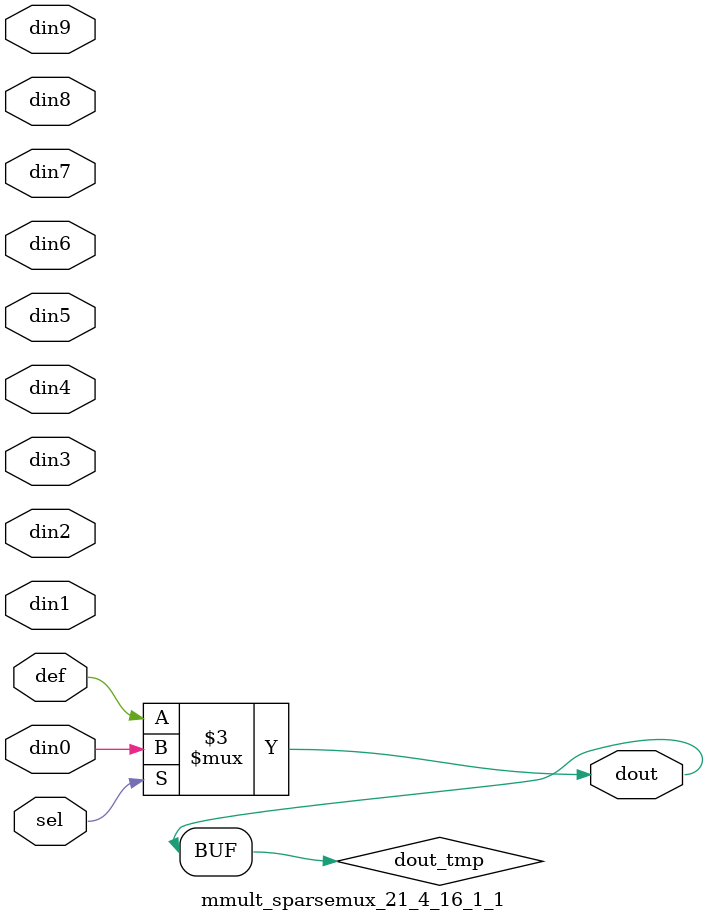
<source format=v>
`timescale 1ns / 1ps

module mmult_sparsemux_21_4_16_1_1 (din0,din1,din2,din3,din4,din5,din6,din7,din8,din9,def,sel,dout);

parameter din0_WIDTH = 1;

parameter din1_WIDTH = 1;

parameter din2_WIDTH = 1;

parameter din3_WIDTH = 1;

parameter din4_WIDTH = 1;

parameter din5_WIDTH = 1;

parameter din6_WIDTH = 1;

parameter din7_WIDTH = 1;

parameter din8_WIDTH = 1;

parameter din9_WIDTH = 1;

parameter def_WIDTH = 1;
parameter sel_WIDTH = 1;
parameter dout_WIDTH = 1;

parameter [sel_WIDTH-1:0] CASE0 = 1;

parameter [sel_WIDTH-1:0] CASE1 = 1;

parameter [sel_WIDTH-1:0] CASE2 = 1;

parameter [sel_WIDTH-1:0] CASE3 = 1;

parameter [sel_WIDTH-1:0] CASE4 = 1;

parameter [sel_WIDTH-1:0] CASE5 = 1;

parameter [sel_WIDTH-1:0] CASE6 = 1;

parameter [sel_WIDTH-1:0] CASE7 = 1;

parameter [sel_WIDTH-1:0] CASE8 = 1;

parameter [sel_WIDTH-1:0] CASE9 = 1;

parameter ID = 1;
parameter NUM_STAGE = 1;



input [din0_WIDTH-1:0] din0;

input [din1_WIDTH-1:0] din1;

input [din2_WIDTH-1:0] din2;

input [din3_WIDTH-1:0] din3;

input [din4_WIDTH-1:0] din4;

input [din5_WIDTH-1:0] din5;

input [din6_WIDTH-1:0] din6;

input [din7_WIDTH-1:0] din7;

input [din8_WIDTH-1:0] din8;

input [din9_WIDTH-1:0] din9;

input [def_WIDTH-1:0] def;
input [sel_WIDTH-1:0] sel;

output [dout_WIDTH-1:0] dout;



reg [dout_WIDTH-1:0] dout_tmp;

always @ (*) begin
case (sel)
    
    CASE0 : dout_tmp = din0;
    
    CASE1 : dout_tmp = din1;
    
    CASE2 : dout_tmp = din2;
    
    CASE3 : dout_tmp = din3;
    
    CASE4 : dout_tmp = din4;
    
    CASE5 : dout_tmp = din5;
    
    CASE6 : dout_tmp = din6;
    
    CASE7 : dout_tmp = din7;
    
    CASE8 : dout_tmp = din8;
    
    CASE9 : dout_tmp = din9;
    
    default : dout_tmp = def;
endcase
end


assign dout = dout_tmp;



endmodule

</source>
